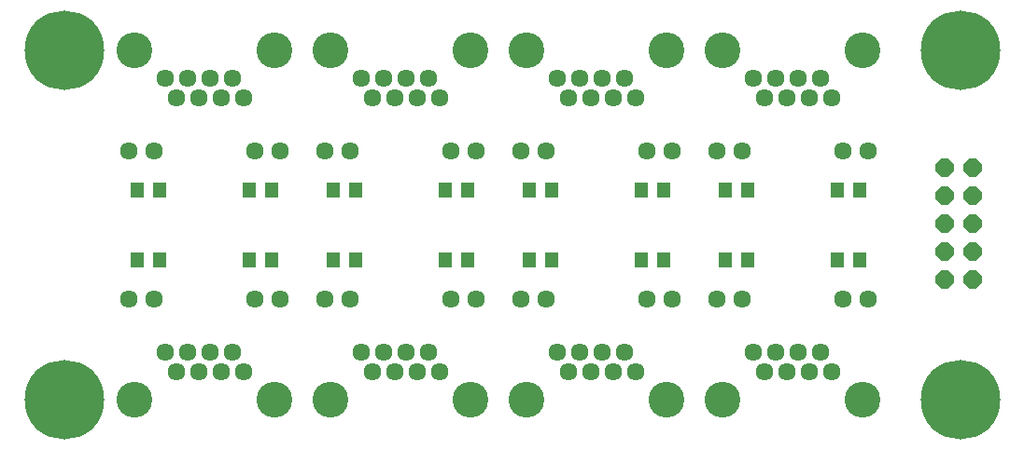
<source format=gbr>
%TF.GenerationSoftware,KiCad,Pcbnew,7.0.1*%
%TF.CreationDate,2023-06-16T22:25:01+09:00*%
%TF.ProjectId,CANFD_HUB,43414e46-445f-4485-9542-2e6b69636164,rev?*%
%TF.SameCoordinates,Original*%
%TF.FileFunction,Soldermask,Bot*%
%TF.FilePolarity,Negative*%
%FSLAX46Y46*%
G04 Gerber Fmt 4.6, Leading zero omitted, Abs format (unit mm)*
G04 Created by KiCad (PCBNEW 7.0.1) date 2023-06-16 22:25:01*
%MOMM*%
%LPD*%
G01*
G04 APERTURE LIST*
G04 Aperture macros list*
%AMRoundRect*
0 Rectangle with rounded corners*
0 $1 Rounding radius*
0 $2 $3 $4 $5 $6 $7 $8 $9 X,Y pos of 4 corners*
0 Add a 4 corners polygon primitive as box body*
4,1,4,$2,$3,$4,$5,$6,$7,$8,$9,$2,$3,0*
0 Add four circle primitives for the rounded corners*
1,1,$1+$1,$2,$3*
1,1,$1+$1,$4,$5*
1,1,$1+$1,$6,$7*
1,1,$1+$1,$8,$9*
0 Add four rect primitives between the rounded corners*
20,1,$1+$1,$2,$3,$4,$5,0*
20,1,$1+$1,$4,$5,$6,$7,0*
20,1,$1+$1,$6,$7,$8,$9,0*
20,1,$1+$1,$8,$9,$2,$3,0*%
%AMFreePoly0*
4,1,25,0.333470,0.805066,0.366431,0.783042,0.783042,0.366431,0.805066,0.333470,0.812800,0.294589,0.812800,-0.294589,0.805066,-0.333470,0.783042,-0.366431,0.366431,-0.783042,0.333470,-0.805066,0.294589,-0.812800,-0.294589,-0.812800,-0.333470,-0.805066,-0.366431,-0.783042,-0.783042,-0.366431,-0.805066,-0.333470,-0.812800,-0.294589,-0.812800,0.294589,-0.805066,0.333470,-0.783042,0.366431,
-0.366431,0.783042,-0.333470,0.805066,-0.294589,0.812800,0.294589,0.812800,0.333470,0.805066,0.333470,0.805066,$1*%
G04 Aperture macros list end*
%ADD10RoundRect,0.101600X0.500000X0.600000X-0.500000X0.600000X-0.500000X-0.600000X0.500000X-0.600000X0*%
%ADD11RoundRect,0.101600X-0.500000X-0.600000X0.500000X-0.600000X0.500000X0.600000X-0.500000X0.600000X0*%
%ADD12C,1.611200*%
%ADD13C,3.250000*%
%ADD14FreePoly0,90.000000*%
%ADD15C,7.213600*%
%ADD16C,3.200000*%
G04 APERTURE END LIST*
D10*
%TO.C,R1*%
X114491100Y-101828600D03*
X116491100Y-101828600D03*
%TD*%
D11*
%TO.C,R10*%
X144431100Y-101828600D03*
X142431100Y-101828600D03*
%TD*%
%TO.C,R11*%
X162211100Y-101828600D03*
X160211100Y-101828600D03*
%TD*%
%TO.C,R12*%
X179991100Y-101828600D03*
X177991100Y-101828600D03*
%TD*%
D10*
%TO.C,R13*%
X114491100Y-108178600D03*
X116491100Y-108178600D03*
%TD*%
%TO.C,R14*%
X132271100Y-108178600D03*
X134271100Y-108178600D03*
%TD*%
%TO.C,R15*%
X150051100Y-108178600D03*
X152051100Y-108178600D03*
%TD*%
%TO.C,R16*%
X167831100Y-108178600D03*
X169831100Y-108178600D03*
%TD*%
%TO.C,R2*%
X132271100Y-101828600D03*
X134271100Y-101828600D03*
%TD*%
%TO.C,R3*%
X150051100Y-101828600D03*
X152051100Y-101828600D03*
%TD*%
%TO.C,R4*%
X167831100Y-101828600D03*
X169831100Y-101828600D03*
%TD*%
D11*
%TO.C,R5*%
X126651100Y-108178600D03*
X124651100Y-108178600D03*
%TD*%
%TO.C,R6*%
X144431100Y-108178600D03*
X142431100Y-108178600D03*
%TD*%
%TO.C,R7*%
X162211100Y-108178600D03*
X160211100Y-108178600D03*
%TD*%
%TO.C,R8*%
X179991100Y-108178600D03*
X177991100Y-108178600D03*
%TD*%
%TO.C,R9*%
X126651100Y-101828600D03*
X124651100Y-101828600D03*
%TD*%
D12*
%TO.C,PORT1*%
X113711100Y-98268600D03*
X116001100Y-98268600D03*
X125141100Y-98268600D03*
X127431100Y-98268600D03*
X117001100Y-91668600D03*
X118021100Y-93448600D03*
X119041100Y-91668600D03*
X120061100Y-93448600D03*
X121081100Y-91668600D03*
X122101100Y-93448600D03*
X123121100Y-91668600D03*
X124141100Y-93448600D03*
D13*
X114221100Y-89128600D03*
X126921100Y-89128600D03*
%TD*%
D12*
%TO.C,PORT2*%
X131491100Y-98268600D03*
X133781100Y-98268600D03*
X142921100Y-98268600D03*
X145211100Y-98268600D03*
X134781100Y-91668600D03*
X135801100Y-93448600D03*
X136821100Y-91668600D03*
X137841100Y-93448600D03*
X138861100Y-91668600D03*
X139881100Y-93448600D03*
X140901100Y-91668600D03*
X141921100Y-93448600D03*
D13*
X132001100Y-89128600D03*
X144701100Y-89128600D03*
%TD*%
D12*
%TO.C,PORT3*%
X149271100Y-98268600D03*
X151561100Y-98268600D03*
X160701100Y-98268600D03*
X162991100Y-98268600D03*
X152561100Y-91668600D03*
X153581100Y-93448600D03*
X154601100Y-91668600D03*
X155621100Y-93448600D03*
X156641100Y-91668600D03*
X157661100Y-93448600D03*
X158681100Y-91668600D03*
X159701100Y-93448600D03*
D13*
X149781100Y-89128600D03*
X162481100Y-89128600D03*
%TD*%
D12*
%TO.C,PORT4*%
X167051100Y-98268600D03*
X169341100Y-98268600D03*
X178481100Y-98268600D03*
X180771100Y-98268600D03*
X170341100Y-91668600D03*
X171361100Y-93448600D03*
X172381100Y-91668600D03*
X173401100Y-93448600D03*
X174421100Y-91668600D03*
X175441100Y-93448600D03*
X176461100Y-91668600D03*
X177481100Y-93448600D03*
D13*
X167561100Y-89128600D03*
X180261100Y-89128600D03*
%TD*%
%TO.C,PORT5*%
X114221100Y-120878600D03*
X126921100Y-120878600D03*
D12*
X117001100Y-116558600D03*
X118021100Y-118338600D03*
X119041100Y-116558600D03*
X120061100Y-118338600D03*
X121081100Y-116558600D03*
X122101100Y-118338600D03*
X123121100Y-116558600D03*
X124141100Y-118338600D03*
X113711100Y-111738600D03*
X116001100Y-111738600D03*
X125141100Y-111738600D03*
X127431100Y-111738600D03*
%TD*%
%TO.C,PORT6*%
X145211100Y-111738600D03*
X142921100Y-111738600D03*
X133781100Y-111738600D03*
X131491100Y-111738600D03*
X141921100Y-118338600D03*
X140901100Y-116558600D03*
X139881100Y-118338600D03*
X138861100Y-116558600D03*
X137841100Y-118338600D03*
X136821100Y-116558600D03*
X135801100Y-118338600D03*
X134781100Y-116558600D03*
D13*
X144701100Y-120878600D03*
X132001100Y-120878600D03*
%TD*%
D12*
%TO.C,PORT7*%
X162991100Y-111738600D03*
X160701100Y-111738600D03*
X151561100Y-111738600D03*
X149271100Y-111738600D03*
X159701100Y-118338600D03*
X158681100Y-116558600D03*
X157661100Y-118338600D03*
X156641100Y-116558600D03*
X155621100Y-118338600D03*
X154601100Y-116558600D03*
X153581100Y-118338600D03*
X152561100Y-116558600D03*
D13*
X162481100Y-120878600D03*
X149781100Y-120878600D03*
%TD*%
D12*
%TO.C,PORT8*%
X180771100Y-111738600D03*
X178481100Y-111738600D03*
X169341100Y-111738600D03*
X167051100Y-111738600D03*
X177481100Y-118338600D03*
X176461100Y-116558600D03*
X175441100Y-118338600D03*
X174421100Y-116558600D03*
X173401100Y-118338600D03*
X172381100Y-116558600D03*
X171361100Y-118338600D03*
X170341100Y-116558600D03*
D13*
X180261100Y-120878600D03*
X167561100Y-120878600D03*
%TD*%
D14*
%TO.C,LED CONTROL*%
X187754100Y-99796600D03*
X190294100Y-99796600D03*
X187754100Y-102336600D03*
X190294100Y-102336600D03*
X187754100Y-104876600D03*
X190294100Y-104876600D03*
X187754100Y-107416600D03*
X190294100Y-107416600D03*
X187754100Y-109956600D03*
X190294100Y-109956600D03*
%TD*%
D15*
%TO.C,H3*%
X107871100Y-120878600D03*
D16*
X107871100Y-120878600D03*
%TD*%
D15*
%TO.C,H1*%
X107871100Y-89128600D03*
D16*
X107871100Y-89128600D03*
%TD*%
D15*
%TO.C,H2*%
X189151100Y-89128600D03*
D16*
X189151100Y-89128600D03*
%TD*%
D15*
%TO.C,H4*%
X189151100Y-120878600D03*
D16*
X189151100Y-120878600D03*
%TD*%
M02*

</source>
